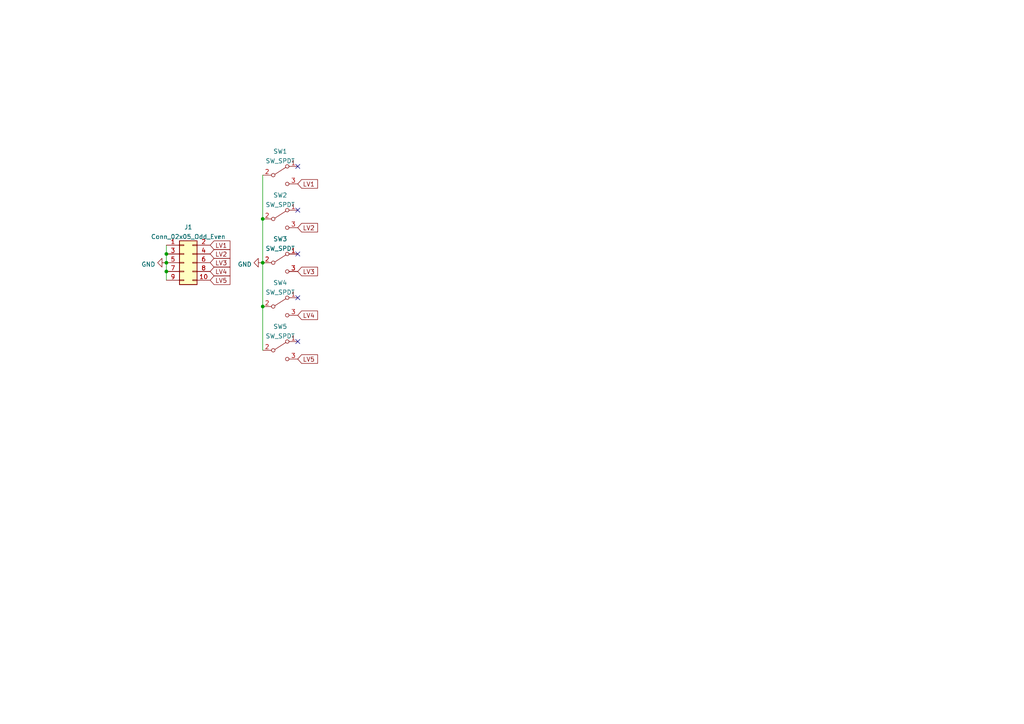
<source format=kicad_sch>
(kicad_sch (version 20211123) (generator eeschema)
  (paper "A4")
  (lib_symbols
    (symbol "Connector_Generic:Conn_02x05_Odd_Even" (pin_names (offset 1.016) hide)
      (property "Reference" "J" (at 1.27 7.62 0))
      (property "Value" "Conn_02x05_Odd_Even" (at 1.27 -7.62 0))
      (symbol "Conn_02x05_Odd_Even_1_1"
        (rectangle (start -1.27 -4.953) (end 0 -5.207) (stroke (width 0.1524)))
        (rectangle (start -1.27 -2.413) (end 0 -2.667) (stroke (width 0.1524)))
        (rectangle (start -1.27 0.127) (end 0 -0.127) (stroke (width 0.1524)))
        (rectangle (start -1.27 2.667) (end 0 2.413) (stroke (width 0.1524)))
        (rectangle (start -1.27 5.207) (end 0 4.953) (stroke (width 0.1524)))
        (rectangle (start -1.27 6.35) (end 3.81 -6.35) (stroke (width 0.254)) (fill (type background)))
        (rectangle (start 3.81 -4.953) (end 2.54 -5.207) (stroke (width 0.1524)))
        (rectangle (start 3.81 -2.413) (end 2.54 -2.667) (stroke (width 0.1524)))
        (rectangle (start 3.81 0.127) (end 2.54 -0.127) (stroke (width 0.1524)))
        (rectangle (start 3.81 2.667) (end 2.54 2.413) (stroke (width 0.1524)))
        (rectangle (start 3.81 5.207) (end 2.54 4.953) (stroke (width 0.1524)))
        (pin passive line (at -5.08 5.08 0) (length 3.81) (name "Pin_1") (number "1"))
        (pin passive line (at 7.62 -5.08 180) (length 3.81) (name "Pin_10") (number "10"))
        (pin passive line (at 7.62 5.08 180) (length 3.81) (name "Pin_2") (number "2"))
        (pin passive line (at -5.08 2.54 0) (length 3.81) (name "Pin_3") (number "3"))
        (pin passive line (at 7.62 2.54 180) (length 3.81) (name "Pin_4") (number "4"))
        (pin passive line (at -5.08 0 0) (length 3.81) (name "Pin_5") (number "5"))
        (pin passive line (at 7.62 0 180) (length 3.81) (name "Pin_6") (number "6"))
        (pin passive line (at -5.08 -2.54 0) (length 3.81) (name "Pin_7") (number "7"))
        (pin passive line (at 7.62 -2.54 180) (length 3.81) (name "Pin_8") (number "8"))
        (pin passive line (at -5.08 -5.08 0) (length 3.81) (name "Pin_9") (number "9"))
      )
    )
    (symbol "Switch:SW_SPDT" (pin_names (offset 0) hide)
      (property "Reference" "SW" (at 0 4.318 0))
      (property "Value" "SW_SPDT" (at 0 -5.08 0))
      (symbol "SW_SPDT_0_0"
        (circle (center -2.032 0) (radius 0.508))
        (circle (center 2.032 -2.54) (radius 0.508))
      )
      (symbol "SW_SPDT_0_1"
        (polyline (pts (xy -1.524 0.254) (xy 1.651 2.286)))
        (circle (center 2.032 2.54) (radius 0.508))
      )
      (symbol "SW_SPDT_1_1"
        (pin passive line (at 5.08 2.54 180) (length 2.54) (name "A") (number "1"))
        (pin passive line (at -5.08 0 0) (length 2.54) (name "B") (number "2"))
        (pin passive line (at 5.08 -2.54 180) (length 2.54) (name "C") (number "3"))
      )
    )
    (symbol "power:GND" (power) (pin_names (offset 0))
      (property "Value" "GND" (at 0 -3.81 0))
      (symbol "GND_0_1"
        (polyline (pts (xy 0 0) (xy 0 -1.27) (xy 1.27 -1.27) (xy 0 -2.54) (xy -1.27 -1.27) (xy 0 -1.27)))
      )
      (symbol "GND_1_1"
        (pin power_in line (at 0 0 270) (length 0) hide (name "GND") (number "1"))
      )
    )
  )
  (junction (at 48.26 78.74))
  (junction (at 48.26 73.66))
  (junction (at 76.2 63.5))
  (junction (at 76.2 88.9))
  (junction (at 76.2 76.2))
  (junction (at 48.26 76.2))
  (no_connect (at 86.36 86.36))
  (no_connect (at 86.36 73.66))
  (no_connect (at 86.36 48.26))
  (no_connect (at 86.36 99.06))
  (no_connect (at 86.36 60.96))
  (wire (pts (xy 48.26 78.74) (xy 48.26 81.28)))
  (wire (pts (xy 48.26 71.12) (xy 48.26 73.66)))
  (wire (pts (xy 76.2 63.5) (xy 76.2 76.2)))
  (wire (pts (xy 76.2 50.8) (xy 76.2 63.5)))
  (wire (pts (xy 48.26 73.66) (xy 48.26 76.2)))
  (wire (pts (xy 48.26 76.2) (xy 48.26 78.74)))
  (wire (pts (xy 76.2 88.9) (xy 76.2 101.6)))
  (wire (pts (xy 76.2 76.2) (xy 76.2 88.9)))
  (global_label "LV3" (shape input) (at 86.36 78.74 0) (property "Intersheet References" "${INTERSHEET_REFS}" (effects hide)))
  (global_label "LV3" (shape input) (at 60.96 76.2 0) (property "Intersheet References" "${INTERSHEET_REFS}" (effects hide)))
  (global_label "LV2" (shape input) (at 60.96 73.66 0) (property "Intersheet References" "${INTERSHEET_REFS}" (effects hide)))
  (global_label "LV1" (shape input) (at 86.36 53.34 0) (property "Intersheet References" "${INTERSHEET_REFS}" (effects hide)))
  (global_label "LV1" (shape input) (at 60.96 71.12 0) (property "Intersheet References" "${INTERSHEET_REFS}" (effects hide)))
  (global_label "LV5" (shape input) (at 86.36 104.14 0) (property "Intersheet References" "${INTERSHEET_REFS}" (effects hide)))
  (global_label "LV2" (shape input) (at 86.36 66.04 0) (property "Intersheet References" "${INTERSHEET_REFS}" (effects hide)))
  (global_label "LV4" (shape input) (at 60.96 78.74 0) (property "Intersheet References" "${INTERSHEET_REFS}" (effects hide)))
  (global_label "LV5" (shape input) (at 60.96 81.28 0) (property "Intersheet References" "${INTERSHEET_REFS}" (effects hide)))
  (global_label "LV4" (shape input) (at 86.36 91.44 0) (property "Intersheet References" "${INTERSHEET_REFS}" (effects hide)))
  (symbol (lib_id "Switch:SW_SPDT") (at 81.28 88.9 0) (unit 1)
    (property "Reference" "SW4" (at 81.28 82.0125 0))
    (property "Value" "SW_SPDT" (at 81.28 84.7876 0))
    (property "Footprint" "EDI:T8013-Z1BQ" (effects hide))
  )
  (symbol (lib_id "Switch:SW_SPDT") (at 81.28 76.2 0) (unit 1)
    (property "Reference" "SW3" (at 81.28 69.3125 0))
    (property "Value" "SW_SPDT" (at 81.28 72.0876 0))
    (property "Footprint" "EDI:T8013-Z1BQ" (effects hide))
  )
  (symbol (lib_id "power:GND") (at 76.2 76.2 270) (unit 1)
    (property "Reference" "#PWR02" (effects hide))
    (property "Value" "GND" (at 73.0251 76.679 90) (effects (justify right)))
  )
  (symbol (lib_id "power:GND") (at 48.26 76.2 270) (unit 1)
    (property "Reference" "#PWR01" (effects hide))
    (property "Value" "GND" (at 45.0851 76.679 90) (effects (justify right)))
  )
  (symbol (lib_id "Switch:SW_SPDT") (at 81.28 63.5 0) (unit 1)
    (property "Reference" "SW2" (at 81.28 56.6125 0))
    (property "Value" "SW_SPDT" (at 81.28 59.3876 0))
    (property "Footprint" "EDI:T8013-Z1BQ" (effects hide))
  )
  (symbol (lib_id "Switch:SW_SPDT") (at 81.28 101.6 0) (unit 1)
    (property "Reference" "SW5" (at 81.28 94.7125 0))
    (property "Value" "SW_SPDT" (at 81.28 97.4876 0))
    (property "Footprint" "EDI:T8013-Z1BQ" (effects hide))
  )
  (symbol (lib_id "Connector_Generic:Conn_02x05_Odd_Even") (at 53.34 76.2 0) (unit 1)
    (property "Reference" "J1" (at 54.61 65.8835 0))
    (property "Value" "Conn_02x05_Odd_Even" (at 54.61 68.6586 0))
    (property "Footprint" "Connector_PinHeader_2.54mm:PinHeader_2x05_P2.54mm_Vertical" (effects hide))
  )
  (symbol (lib_id "Switch:SW_SPDT") (at 81.28 50.8 0) (unit 1)
    (property "Reference" "SW1" (at 81.28 43.9125 0))
    (property "Value" "SW_SPDT" (at 81.28 46.6876 0))
    (property "Footprint" "EDI:T8013-Z1BQ" (effects hide))
  )
)
</source>
